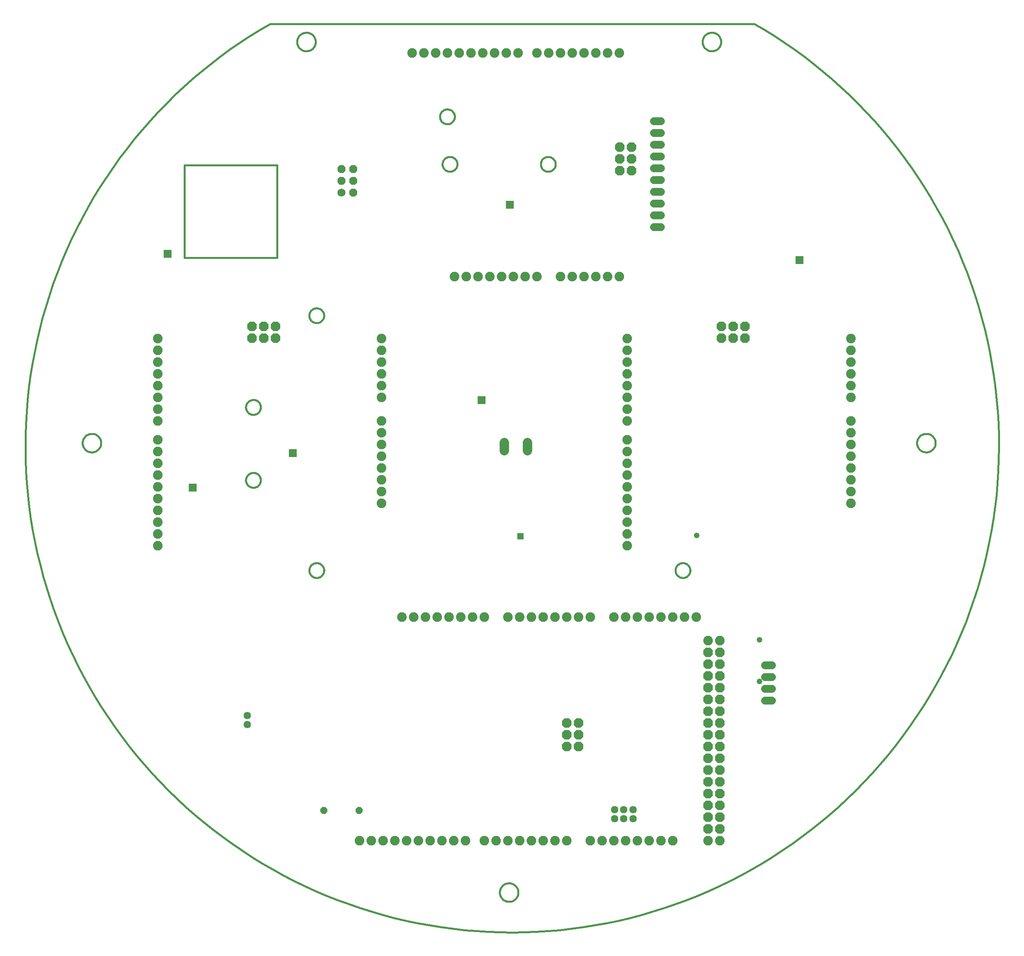
<source format=gbs>
G75*
%MOIN*%
%OFA0B0*%
%FSLAX24Y24*%
%IPPOS*%
%LPD*%
%AMOC8*
5,1,8,0,0,1.08239X$1,22.5*
%
%ADD10C,0.0160*%
%ADD11C,0.0820*%
%ADD12OC8,0.0820*%
%ADD13C,0.0680*%
%ADD14OC8,0.0680*%
%ADD15C,0.0634*%
%ADD16C,0.0785*%
%ADD17C,0.0680*%
%ADD18OC8,0.0600*%
%ADD19R,0.0671X0.0671*%
%ADD20C,0.0480*%
%ADD21R,0.0555X0.0555*%
D10*
X026639Y032780D02*
X026641Y032830D01*
X026647Y032880D01*
X026657Y032929D01*
X026671Y032977D01*
X026688Y033024D01*
X026709Y033069D01*
X026734Y033113D01*
X026762Y033154D01*
X026794Y033193D01*
X026828Y033230D01*
X026865Y033264D01*
X026905Y033294D01*
X026947Y033321D01*
X026991Y033345D01*
X027037Y033366D01*
X027084Y033382D01*
X027132Y033395D01*
X027182Y033404D01*
X027231Y033409D01*
X027282Y033410D01*
X027332Y033407D01*
X027381Y033400D01*
X027430Y033389D01*
X027478Y033374D01*
X027524Y033356D01*
X027569Y033334D01*
X027612Y033308D01*
X027653Y033279D01*
X027692Y033247D01*
X027728Y033212D01*
X027760Y033174D01*
X027790Y033134D01*
X027817Y033091D01*
X027840Y033047D01*
X027859Y033001D01*
X027875Y032953D01*
X027887Y032904D01*
X027895Y032855D01*
X027899Y032805D01*
X027899Y032755D01*
X027895Y032705D01*
X027887Y032656D01*
X027875Y032607D01*
X027859Y032559D01*
X027840Y032513D01*
X027817Y032469D01*
X027790Y032426D01*
X027760Y032386D01*
X027728Y032348D01*
X027692Y032313D01*
X027653Y032281D01*
X027612Y032252D01*
X027569Y032226D01*
X027524Y032204D01*
X027478Y032186D01*
X027430Y032171D01*
X027381Y032160D01*
X027332Y032153D01*
X027282Y032150D01*
X027231Y032151D01*
X027182Y032156D01*
X027132Y032165D01*
X027084Y032178D01*
X027037Y032194D01*
X026991Y032215D01*
X026947Y032239D01*
X026905Y032266D01*
X026865Y032296D01*
X026828Y032330D01*
X026794Y032367D01*
X026762Y032406D01*
X026734Y032447D01*
X026709Y032491D01*
X026688Y032536D01*
X026671Y032583D01*
X026657Y032631D01*
X026647Y032680D01*
X026641Y032730D01*
X026639Y032780D01*
X021261Y040446D02*
X021263Y040496D01*
X021269Y040546D01*
X021279Y040595D01*
X021293Y040643D01*
X021310Y040690D01*
X021331Y040735D01*
X021356Y040779D01*
X021384Y040820D01*
X021416Y040859D01*
X021450Y040896D01*
X021487Y040930D01*
X021527Y040960D01*
X021569Y040987D01*
X021613Y041011D01*
X021659Y041032D01*
X021706Y041048D01*
X021754Y041061D01*
X021804Y041070D01*
X021853Y041075D01*
X021904Y041076D01*
X021954Y041073D01*
X022003Y041066D01*
X022052Y041055D01*
X022100Y041040D01*
X022146Y041022D01*
X022191Y041000D01*
X022234Y040974D01*
X022275Y040945D01*
X022314Y040913D01*
X022350Y040878D01*
X022382Y040840D01*
X022412Y040800D01*
X022439Y040757D01*
X022462Y040713D01*
X022481Y040667D01*
X022497Y040619D01*
X022509Y040570D01*
X022517Y040521D01*
X022521Y040471D01*
X022521Y040421D01*
X022517Y040371D01*
X022509Y040322D01*
X022497Y040273D01*
X022481Y040225D01*
X022462Y040179D01*
X022439Y040135D01*
X022412Y040092D01*
X022382Y040052D01*
X022350Y040014D01*
X022314Y039979D01*
X022275Y039947D01*
X022234Y039918D01*
X022191Y039892D01*
X022146Y039870D01*
X022100Y039852D01*
X022052Y039837D01*
X022003Y039826D01*
X021954Y039819D01*
X021904Y039816D01*
X021853Y039817D01*
X021804Y039822D01*
X021754Y039831D01*
X021706Y039844D01*
X021659Y039860D01*
X021613Y039881D01*
X021569Y039905D01*
X021527Y039932D01*
X021487Y039962D01*
X021450Y039996D01*
X021416Y040033D01*
X021384Y040072D01*
X021356Y040113D01*
X021331Y040157D01*
X021310Y040202D01*
X021293Y040249D01*
X021279Y040297D01*
X021269Y040346D01*
X021263Y040396D01*
X021261Y040446D01*
X021261Y046643D02*
X021263Y046693D01*
X021269Y046743D01*
X021279Y046792D01*
X021293Y046840D01*
X021310Y046887D01*
X021331Y046932D01*
X021356Y046976D01*
X021384Y047017D01*
X021416Y047056D01*
X021450Y047093D01*
X021487Y047127D01*
X021527Y047157D01*
X021569Y047184D01*
X021613Y047208D01*
X021659Y047229D01*
X021706Y047245D01*
X021754Y047258D01*
X021804Y047267D01*
X021853Y047272D01*
X021904Y047273D01*
X021954Y047270D01*
X022003Y047263D01*
X022052Y047252D01*
X022100Y047237D01*
X022146Y047219D01*
X022191Y047197D01*
X022234Y047171D01*
X022275Y047142D01*
X022314Y047110D01*
X022350Y047075D01*
X022382Y047037D01*
X022412Y046997D01*
X022439Y046954D01*
X022462Y046910D01*
X022481Y046864D01*
X022497Y046816D01*
X022509Y046767D01*
X022517Y046718D01*
X022521Y046668D01*
X022521Y046618D01*
X022517Y046568D01*
X022509Y046519D01*
X022497Y046470D01*
X022481Y046422D01*
X022462Y046376D01*
X022439Y046332D01*
X022412Y046289D01*
X022382Y046249D01*
X022350Y046211D01*
X022314Y046176D01*
X022275Y046144D01*
X022234Y046115D01*
X022191Y046089D01*
X022146Y046067D01*
X022100Y046049D01*
X022052Y046034D01*
X022003Y046023D01*
X021954Y046016D01*
X021904Y046013D01*
X021853Y046014D01*
X021804Y046019D01*
X021754Y046028D01*
X021706Y046041D01*
X021659Y046057D01*
X021613Y046078D01*
X021569Y046102D01*
X021527Y046129D01*
X021487Y046159D01*
X021450Y046193D01*
X021416Y046230D01*
X021384Y046269D01*
X021356Y046310D01*
X021331Y046354D01*
X021310Y046399D01*
X021293Y046446D01*
X021279Y046494D01*
X021269Y046543D01*
X021263Y046593D01*
X021261Y046643D01*
X026639Y054434D02*
X026641Y054484D01*
X026647Y054534D01*
X026657Y054583D01*
X026671Y054631D01*
X026688Y054678D01*
X026709Y054723D01*
X026734Y054767D01*
X026762Y054808D01*
X026794Y054847D01*
X026828Y054884D01*
X026865Y054918D01*
X026905Y054948D01*
X026947Y054975D01*
X026991Y054999D01*
X027037Y055020D01*
X027084Y055036D01*
X027132Y055049D01*
X027182Y055058D01*
X027231Y055063D01*
X027282Y055064D01*
X027332Y055061D01*
X027381Y055054D01*
X027430Y055043D01*
X027478Y055028D01*
X027524Y055010D01*
X027569Y054988D01*
X027612Y054962D01*
X027653Y054933D01*
X027692Y054901D01*
X027728Y054866D01*
X027760Y054828D01*
X027790Y054788D01*
X027817Y054745D01*
X027840Y054701D01*
X027859Y054655D01*
X027875Y054607D01*
X027887Y054558D01*
X027895Y054509D01*
X027899Y054459D01*
X027899Y054409D01*
X027895Y054359D01*
X027887Y054310D01*
X027875Y054261D01*
X027859Y054213D01*
X027840Y054167D01*
X027817Y054123D01*
X027790Y054080D01*
X027760Y054040D01*
X027728Y054002D01*
X027692Y053967D01*
X027653Y053935D01*
X027612Y053906D01*
X027569Y053880D01*
X027524Y053858D01*
X027478Y053840D01*
X027430Y053825D01*
X027381Y053814D01*
X027332Y053807D01*
X027282Y053804D01*
X027231Y053805D01*
X027182Y053810D01*
X027132Y053819D01*
X027084Y053832D01*
X027037Y053848D01*
X026991Y053869D01*
X026947Y053893D01*
X026905Y053920D01*
X026865Y053950D01*
X026828Y053984D01*
X026794Y054021D01*
X026762Y054060D01*
X026734Y054101D01*
X026709Y054145D01*
X026688Y054190D01*
X026671Y054237D01*
X026657Y054285D01*
X026647Y054334D01*
X026641Y054384D01*
X026639Y054434D01*
X023922Y059355D02*
X016048Y059355D01*
X016048Y067229D01*
X023922Y067229D01*
X023922Y059355D01*
X037741Y071335D02*
X037743Y071385D01*
X037749Y071435D01*
X037759Y071484D01*
X037773Y071532D01*
X037790Y071579D01*
X037811Y071624D01*
X037836Y071668D01*
X037864Y071709D01*
X037896Y071748D01*
X037930Y071785D01*
X037967Y071819D01*
X038007Y071849D01*
X038049Y071876D01*
X038093Y071900D01*
X038139Y071921D01*
X038186Y071937D01*
X038234Y071950D01*
X038284Y071959D01*
X038333Y071964D01*
X038384Y071965D01*
X038434Y071962D01*
X038483Y071955D01*
X038532Y071944D01*
X038580Y071929D01*
X038626Y071911D01*
X038671Y071889D01*
X038714Y071863D01*
X038755Y071834D01*
X038794Y071802D01*
X038830Y071767D01*
X038862Y071729D01*
X038892Y071689D01*
X038919Y071646D01*
X038942Y071602D01*
X038961Y071556D01*
X038977Y071508D01*
X038989Y071459D01*
X038997Y071410D01*
X039001Y071360D01*
X039001Y071310D01*
X038997Y071260D01*
X038989Y071211D01*
X038977Y071162D01*
X038961Y071114D01*
X038942Y071068D01*
X038919Y071024D01*
X038892Y070981D01*
X038862Y070941D01*
X038830Y070903D01*
X038794Y070868D01*
X038755Y070836D01*
X038714Y070807D01*
X038671Y070781D01*
X038626Y070759D01*
X038580Y070741D01*
X038532Y070726D01*
X038483Y070715D01*
X038434Y070708D01*
X038384Y070705D01*
X038333Y070706D01*
X038284Y070711D01*
X038234Y070720D01*
X038186Y070733D01*
X038139Y070749D01*
X038093Y070770D01*
X038049Y070794D01*
X038007Y070821D01*
X037967Y070851D01*
X037930Y070885D01*
X037896Y070922D01*
X037864Y070961D01*
X037836Y071002D01*
X037811Y071046D01*
X037790Y071091D01*
X037773Y071138D01*
X037759Y071186D01*
X037749Y071235D01*
X037743Y071285D01*
X037741Y071335D01*
X037953Y067296D02*
X037955Y067346D01*
X037961Y067396D01*
X037971Y067445D01*
X037985Y067493D01*
X038002Y067540D01*
X038023Y067585D01*
X038048Y067629D01*
X038076Y067670D01*
X038108Y067709D01*
X038142Y067746D01*
X038179Y067780D01*
X038219Y067810D01*
X038261Y067837D01*
X038305Y067861D01*
X038351Y067882D01*
X038398Y067898D01*
X038446Y067911D01*
X038496Y067920D01*
X038545Y067925D01*
X038596Y067926D01*
X038646Y067923D01*
X038695Y067916D01*
X038744Y067905D01*
X038792Y067890D01*
X038838Y067872D01*
X038883Y067850D01*
X038926Y067824D01*
X038967Y067795D01*
X039006Y067763D01*
X039042Y067728D01*
X039074Y067690D01*
X039104Y067650D01*
X039131Y067607D01*
X039154Y067563D01*
X039173Y067517D01*
X039189Y067469D01*
X039201Y067420D01*
X039209Y067371D01*
X039213Y067321D01*
X039213Y067271D01*
X039209Y067221D01*
X039201Y067172D01*
X039189Y067123D01*
X039173Y067075D01*
X039154Y067029D01*
X039131Y066985D01*
X039104Y066942D01*
X039074Y066902D01*
X039042Y066864D01*
X039006Y066829D01*
X038967Y066797D01*
X038926Y066768D01*
X038883Y066742D01*
X038838Y066720D01*
X038792Y066702D01*
X038744Y066687D01*
X038695Y066676D01*
X038646Y066669D01*
X038596Y066666D01*
X038545Y066667D01*
X038496Y066672D01*
X038446Y066681D01*
X038398Y066694D01*
X038351Y066710D01*
X038305Y066731D01*
X038261Y066755D01*
X038219Y066782D01*
X038179Y066812D01*
X038142Y066846D01*
X038108Y066883D01*
X038076Y066922D01*
X038048Y066963D01*
X038023Y067007D01*
X038002Y067052D01*
X037985Y067099D01*
X037971Y067147D01*
X037961Y067196D01*
X037955Y067246D01*
X037953Y067296D01*
X046300Y067296D02*
X046302Y067346D01*
X046308Y067396D01*
X046318Y067445D01*
X046332Y067493D01*
X046349Y067540D01*
X046370Y067585D01*
X046395Y067629D01*
X046423Y067670D01*
X046455Y067709D01*
X046489Y067746D01*
X046526Y067780D01*
X046566Y067810D01*
X046608Y067837D01*
X046652Y067861D01*
X046698Y067882D01*
X046745Y067898D01*
X046793Y067911D01*
X046843Y067920D01*
X046892Y067925D01*
X046943Y067926D01*
X046993Y067923D01*
X047042Y067916D01*
X047091Y067905D01*
X047139Y067890D01*
X047185Y067872D01*
X047230Y067850D01*
X047273Y067824D01*
X047314Y067795D01*
X047353Y067763D01*
X047389Y067728D01*
X047421Y067690D01*
X047451Y067650D01*
X047478Y067607D01*
X047501Y067563D01*
X047520Y067517D01*
X047536Y067469D01*
X047548Y067420D01*
X047556Y067371D01*
X047560Y067321D01*
X047560Y067271D01*
X047556Y067221D01*
X047548Y067172D01*
X047536Y067123D01*
X047520Y067075D01*
X047501Y067029D01*
X047478Y066985D01*
X047451Y066942D01*
X047421Y066902D01*
X047389Y066864D01*
X047353Y066829D01*
X047314Y066797D01*
X047273Y066768D01*
X047230Y066742D01*
X047185Y066720D01*
X047139Y066702D01*
X047091Y066687D01*
X047042Y066676D01*
X046993Y066669D01*
X046943Y066666D01*
X046892Y066667D01*
X046843Y066672D01*
X046793Y066681D01*
X046745Y066694D01*
X046698Y066710D01*
X046652Y066731D01*
X046608Y066755D01*
X046566Y066782D01*
X046526Y066812D01*
X046489Y066846D01*
X046455Y066883D01*
X046423Y066922D01*
X046395Y066963D01*
X046370Y067007D01*
X046349Y067052D01*
X046332Y067099D01*
X046318Y067147D01*
X046308Y067196D01*
X046302Y067246D01*
X046300Y067296D01*
X060037Y077694D02*
X060039Y077750D01*
X060045Y077805D01*
X060055Y077859D01*
X060068Y077913D01*
X060086Y077966D01*
X060107Y078017D01*
X060131Y078067D01*
X060159Y078115D01*
X060191Y078161D01*
X060225Y078205D01*
X060263Y078246D01*
X060303Y078284D01*
X060346Y078319D01*
X060391Y078351D01*
X060439Y078380D01*
X060488Y078406D01*
X060539Y078428D01*
X060591Y078446D01*
X060645Y078460D01*
X060700Y078471D01*
X060755Y078478D01*
X060810Y078481D01*
X060866Y078480D01*
X060921Y078475D01*
X060976Y078466D01*
X061030Y078454D01*
X061083Y078437D01*
X061135Y078417D01*
X061185Y078393D01*
X061233Y078366D01*
X061280Y078336D01*
X061324Y078302D01*
X061366Y078265D01*
X061404Y078225D01*
X061441Y078183D01*
X061474Y078138D01*
X061503Y078092D01*
X061530Y078043D01*
X061552Y077992D01*
X061572Y077940D01*
X061587Y077886D01*
X061599Y077832D01*
X061607Y077777D01*
X061611Y077722D01*
X061611Y077666D01*
X061607Y077611D01*
X061599Y077556D01*
X061587Y077502D01*
X061572Y077448D01*
X061552Y077396D01*
X061530Y077345D01*
X061503Y077296D01*
X061474Y077250D01*
X061441Y077205D01*
X061404Y077163D01*
X061366Y077123D01*
X061324Y077086D01*
X061280Y077052D01*
X061233Y077022D01*
X061185Y076995D01*
X061135Y076971D01*
X061083Y076951D01*
X061030Y076934D01*
X060976Y076922D01*
X060921Y076913D01*
X060866Y076908D01*
X060810Y076907D01*
X060755Y076910D01*
X060700Y076917D01*
X060645Y076928D01*
X060591Y076942D01*
X060539Y076960D01*
X060488Y076982D01*
X060439Y077008D01*
X060391Y077037D01*
X060346Y077069D01*
X060303Y077104D01*
X060263Y077142D01*
X060225Y077183D01*
X060191Y077227D01*
X060159Y077273D01*
X060131Y077321D01*
X060107Y077371D01*
X060086Y077422D01*
X060068Y077475D01*
X060055Y077529D01*
X060045Y077583D01*
X060039Y077638D01*
X060037Y077694D01*
X064438Y079225D02*
X023304Y079225D01*
X025604Y077694D02*
X025606Y077750D01*
X025612Y077805D01*
X025622Y077859D01*
X025635Y077913D01*
X025653Y077966D01*
X025674Y078017D01*
X025698Y078067D01*
X025726Y078115D01*
X025758Y078161D01*
X025792Y078205D01*
X025830Y078246D01*
X025870Y078284D01*
X025913Y078319D01*
X025958Y078351D01*
X026006Y078380D01*
X026055Y078406D01*
X026106Y078428D01*
X026158Y078446D01*
X026212Y078460D01*
X026267Y078471D01*
X026322Y078478D01*
X026377Y078481D01*
X026433Y078480D01*
X026488Y078475D01*
X026543Y078466D01*
X026597Y078454D01*
X026650Y078437D01*
X026702Y078417D01*
X026752Y078393D01*
X026800Y078366D01*
X026847Y078336D01*
X026891Y078302D01*
X026933Y078265D01*
X026971Y078225D01*
X027008Y078183D01*
X027041Y078138D01*
X027070Y078092D01*
X027097Y078043D01*
X027119Y077992D01*
X027139Y077940D01*
X027154Y077886D01*
X027166Y077832D01*
X027174Y077777D01*
X027178Y077722D01*
X027178Y077666D01*
X027174Y077611D01*
X027166Y077556D01*
X027154Y077502D01*
X027139Y077448D01*
X027119Y077396D01*
X027097Y077345D01*
X027070Y077296D01*
X027041Y077250D01*
X027008Y077205D01*
X026971Y077163D01*
X026933Y077123D01*
X026891Y077086D01*
X026847Y077052D01*
X026800Y077022D01*
X026752Y076995D01*
X026702Y076971D01*
X026650Y076951D01*
X026597Y076934D01*
X026543Y076922D01*
X026488Y076913D01*
X026433Y076908D01*
X026377Y076907D01*
X026322Y076910D01*
X026267Y076917D01*
X026212Y076928D01*
X026158Y076942D01*
X026106Y076960D01*
X026055Y076982D01*
X026006Y077008D01*
X025958Y077037D01*
X025913Y077069D01*
X025870Y077104D01*
X025830Y077142D01*
X025792Y077183D01*
X025758Y077227D01*
X025726Y077273D01*
X025698Y077321D01*
X025674Y077371D01*
X025653Y077422D01*
X025635Y077475D01*
X025622Y077529D01*
X025612Y077583D01*
X025606Y077638D01*
X025604Y077694D01*
X007387Y043607D02*
X007389Y043663D01*
X007395Y043718D01*
X007405Y043772D01*
X007418Y043826D01*
X007436Y043879D01*
X007457Y043930D01*
X007481Y043980D01*
X007509Y044028D01*
X007541Y044074D01*
X007575Y044118D01*
X007613Y044159D01*
X007653Y044197D01*
X007696Y044232D01*
X007741Y044264D01*
X007789Y044293D01*
X007838Y044319D01*
X007889Y044341D01*
X007941Y044359D01*
X007995Y044373D01*
X008050Y044384D01*
X008105Y044391D01*
X008160Y044394D01*
X008216Y044393D01*
X008271Y044388D01*
X008326Y044379D01*
X008380Y044367D01*
X008433Y044350D01*
X008485Y044330D01*
X008535Y044306D01*
X008583Y044279D01*
X008630Y044249D01*
X008674Y044215D01*
X008716Y044178D01*
X008754Y044138D01*
X008791Y044096D01*
X008824Y044051D01*
X008853Y044005D01*
X008880Y043956D01*
X008902Y043905D01*
X008922Y043853D01*
X008937Y043799D01*
X008949Y043745D01*
X008957Y043690D01*
X008961Y043635D01*
X008961Y043579D01*
X008957Y043524D01*
X008949Y043469D01*
X008937Y043415D01*
X008922Y043361D01*
X008902Y043309D01*
X008880Y043258D01*
X008853Y043209D01*
X008824Y043163D01*
X008791Y043118D01*
X008754Y043076D01*
X008716Y043036D01*
X008674Y042999D01*
X008630Y042965D01*
X008583Y042935D01*
X008535Y042908D01*
X008485Y042884D01*
X008433Y042864D01*
X008380Y042847D01*
X008326Y042835D01*
X008271Y042826D01*
X008216Y042821D01*
X008160Y042820D01*
X008105Y042823D01*
X008050Y042830D01*
X007995Y042841D01*
X007941Y042855D01*
X007889Y042873D01*
X007838Y042895D01*
X007789Y042921D01*
X007741Y042950D01*
X007696Y042982D01*
X007653Y043017D01*
X007613Y043055D01*
X007575Y043096D01*
X007541Y043140D01*
X007509Y043186D01*
X007481Y043234D01*
X007457Y043284D01*
X007436Y043335D01*
X007418Y043388D01*
X007405Y043442D01*
X007395Y043496D01*
X007389Y043551D01*
X007387Y043607D01*
X023304Y079226D02*
X022432Y078711D01*
X021573Y078175D01*
X020727Y077619D01*
X019895Y077042D01*
X019077Y076444D01*
X018274Y075827D01*
X017487Y075191D01*
X016716Y074535D01*
X015960Y073860D01*
X015222Y073168D01*
X014501Y072457D01*
X013797Y071729D01*
X013111Y070984D01*
X012444Y070222D01*
X011796Y069445D01*
X011167Y068651D01*
X010557Y067843D01*
X009968Y067019D01*
X009399Y066182D01*
X008850Y065331D01*
X008323Y064467D01*
X007817Y063590D01*
X007332Y062701D01*
X006870Y061800D01*
X006429Y060888D01*
X006011Y059966D01*
X005616Y059034D01*
X005244Y058092D01*
X004895Y057142D01*
X004569Y056183D01*
X004267Y055216D01*
X003989Y054243D01*
X003734Y053263D01*
X003504Y052277D01*
X003298Y051286D01*
X003116Y050289D01*
X002959Y049289D01*
X002826Y048285D01*
X002718Y047279D01*
X002634Y046270D01*
X002575Y045259D01*
X002541Y044247D01*
X002532Y043234D01*
X002548Y042222D01*
X002588Y041210D01*
X002653Y040200D01*
X002743Y039191D01*
X002858Y038185D01*
X002997Y037182D01*
X003161Y036183D01*
X003349Y035188D01*
X003561Y034198D01*
X003798Y033214D01*
X004059Y032235D01*
X004343Y031264D01*
X004651Y030299D01*
X004983Y029343D01*
X005338Y028394D01*
X005717Y027455D01*
X006118Y026525D01*
X006542Y025606D01*
X006988Y024697D01*
X007456Y023799D01*
X007946Y022913D01*
X008458Y022039D01*
X008991Y021179D01*
X009545Y020331D01*
X010119Y019497D01*
X010714Y018678D01*
X011328Y017873D01*
X011963Y017084D01*
X012616Y016310D01*
X013288Y015553D01*
X013978Y014812D01*
X014686Y014088D01*
X015412Y013382D01*
X016155Y012694D01*
X016915Y012025D01*
X017690Y011374D01*
X018482Y010742D01*
X019288Y010130D01*
X020110Y009538D01*
X020945Y008966D01*
X021795Y008415D01*
X022657Y007885D01*
X023533Y007376D01*
X024420Y006889D01*
X025319Y006423D01*
X026230Y005980D01*
X027151Y005559D01*
X028082Y005161D01*
X029022Y004786D01*
X029971Y004434D01*
X030929Y004105D01*
X031895Y003800D01*
X032867Y003518D01*
X033846Y003261D01*
X034832Y003027D01*
X035822Y002818D01*
X036818Y002633D01*
X037818Y002473D01*
X038821Y002337D01*
X039827Y002225D01*
X040836Y002139D01*
X041847Y002077D01*
X042859Y002039D01*
X043871Y002027D01*
X044883Y002039D01*
X045895Y002077D01*
X046906Y002139D01*
X047915Y002225D01*
X048921Y002337D01*
X049924Y002473D01*
X050924Y002633D01*
X051920Y002818D01*
X052910Y003027D01*
X053896Y003261D01*
X054875Y003518D01*
X055847Y003800D01*
X056813Y004105D01*
X057771Y004434D01*
X058720Y004786D01*
X059660Y005161D01*
X060591Y005559D01*
X061512Y005980D01*
X062423Y006423D01*
X063322Y006889D01*
X064209Y007376D01*
X065085Y007885D01*
X065947Y008415D01*
X066797Y008966D01*
X067632Y009538D01*
X068454Y010130D01*
X069260Y010742D01*
X070052Y011374D01*
X070827Y012025D01*
X071587Y012694D01*
X072330Y013382D01*
X073056Y014088D01*
X073764Y014812D01*
X074454Y015553D01*
X075126Y016310D01*
X075779Y017084D01*
X076414Y017873D01*
X077028Y018678D01*
X077623Y019497D01*
X078197Y020331D01*
X078751Y021179D01*
X079284Y022039D01*
X079796Y022913D01*
X080286Y023799D01*
X080754Y024697D01*
X081200Y025606D01*
X081624Y026525D01*
X082025Y027455D01*
X082404Y028394D01*
X082759Y029343D01*
X083091Y030299D01*
X083399Y031264D01*
X083683Y032235D01*
X083944Y033214D01*
X084181Y034198D01*
X084393Y035188D01*
X084581Y036183D01*
X084745Y037182D01*
X084884Y038185D01*
X084999Y039191D01*
X085089Y040200D01*
X085154Y041210D01*
X085194Y042222D01*
X085210Y043234D01*
X085201Y044247D01*
X085167Y045259D01*
X085108Y046270D01*
X085024Y047279D01*
X084916Y048285D01*
X084783Y049289D01*
X084626Y050289D01*
X084444Y051286D01*
X084238Y052277D01*
X084008Y053263D01*
X083753Y054243D01*
X083475Y055216D01*
X083173Y056183D01*
X082847Y057142D01*
X082498Y058092D01*
X082126Y059034D01*
X081731Y059966D01*
X081313Y060888D01*
X080872Y061800D01*
X080410Y062701D01*
X079925Y063590D01*
X079419Y064467D01*
X078892Y065331D01*
X078343Y066182D01*
X077774Y067019D01*
X077185Y067843D01*
X076575Y068651D01*
X075946Y069445D01*
X075298Y070222D01*
X074631Y070984D01*
X073945Y071729D01*
X073241Y072457D01*
X072520Y073168D01*
X071782Y073860D01*
X071026Y074535D01*
X070255Y075191D01*
X069468Y075827D01*
X068665Y076444D01*
X067847Y077042D01*
X067015Y077619D01*
X066169Y078175D01*
X065310Y078711D01*
X064438Y079226D01*
X078253Y043607D02*
X078255Y043663D01*
X078261Y043718D01*
X078271Y043772D01*
X078284Y043826D01*
X078302Y043879D01*
X078323Y043930D01*
X078347Y043980D01*
X078375Y044028D01*
X078407Y044074D01*
X078441Y044118D01*
X078479Y044159D01*
X078519Y044197D01*
X078562Y044232D01*
X078607Y044264D01*
X078655Y044293D01*
X078704Y044319D01*
X078755Y044341D01*
X078807Y044359D01*
X078861Y044373D01*
X078916Y044384D01*
X078971Y044391D01*
X079026Y044394D01*
X079082Y044393D01*
X079137Y044388D01*
X079192Y044379D01*
X079246Y044367D01*
X079299Y044350D01*
X079351Y044330D01*
X079401Y044306D01*
X079449Y044279D01*
X079496Y044249D01*
X079540Y044215D01*
X079582Y044178D01*
X079620Y044138D01*
X079657Y044096D01*
X079690Y044051D01*
X079719Y044005D01*
X079746Y043956D01*
X079768Y043905D01*
X079788Y043853D01*
X079803Y043799D01*
X079815Y043745D01*
X079823Y043690D01*
X079827Y043635D01*
X079827Y043579D01*
X079823Y043524D01*
X079815Y043469D01*
X079803Y043415D01*
X079788Y043361D01*
X079768Y043309D01*
X079746Y043258D01*
X079719Y043209D01*
X079690Y043163D01*
X079657Y043118D01*
X079620Y043076D01*
X079582Y043036D01*
X079540Y042999D01*
X079496Y042965D01*
X079449Y042935D01*
X079401Y042908D01*
X079351Y042884D01*
X079299Y042864D01*
X079246Y042847D01*
X079192Y042835D01*
X079137Y042826D01*
X079082Y042821D01*
X079026Y042820D01*
X078971Y042823D01*
X078916Y042830D01*
X078861Y042841D01*
X078807Y042855D01*
X078755Y042873D01*
X078704Y042895D01*
X078655Y042921D01*
X078607Y042950D01*
X078562Y042982D01*
X078519Y043017D01*
X078479Y043055D01*
X078441Y043096D01*
X078407Y043140D01*
X078375Y043186D01*
X078347Y043234D01*
X078323Y043284D01*
X078302Y043335D01*
X078284Y043388D01*
X078271Y043442D01*
X078261Y043496D01*
X078255Y043551D01*
X078253Y043607D01*
X057741Y032780D02*
X057743Y032830D01*
X057749Y032880D01*
X057759Y032929D01*
X057773Y032977D01*
X057790Y033024D01*
X057811Y033069D01*
X057836Y033113D01*
X057864Y033154D01*
X057896Y033193D01*
X057930Y033230D01*
X057967Y033264D01*
X058007Y033294D01*
X058049Y033321D01*
X058093Y033345D01*
X058139Y033366D01*
X058186Y033382D01*
X058234Y033395D01*
X058284Y033404D01*
X058333Y033409D01*
X058384Y033410D01*
X058434Y033407D01*
X058483Y033400D01*
X058532Y033389D01*
X058580Y033374D01*
X058626Y033356D01*
X058671Y033334D01*
X058714Y033308D01*
X058755Y033279D01*
X058794Y033247D01*
X058830Y033212D01*
X058862Y033174D01*
X058892Y033134D01*
X058919Y033091D01*
X058942Y033047D01*
X058961Y033001D01*
X058977Y032953D01*
X058989Y032904D01*
X058997Y032855D01*
X059001Y032805D01*
X059001Y032755D01*
X058997Y032705D01*
X058989Y032656D01*
X058977Y032607D01*
X058961Y032559D01*
X058942Y032513D01*
X058919Y032469D01*
X058892Y032426D01*
X058862Y032386D01*
X058830Y032348D01*
X058794Y032313D01*
X058755Y032281D01*
X058714Y032252D01*
X058671Y032226D01*
X058626Y032204D01*
X058580Y032186D01*
X058532Y032171D01*
X058483Y032160D01*
X058434Y032153D01*
X058384Y032150D01*
X058333Y032151D01*
X058284Y032156D01*
X058234Y032165D01*
X058186Y032178D01*
X058139Y032194D01*
X058093Y032215D01*
X058049Y032239D01*
X058007Y032266D01*
X057967Y032296D01*
X057930Y032330D01*
X057896Y032367D01*
X057864Y032406D01*
X057836Y032447D01*
X057811Y032491D01*
X057790Y032536D01*
X057773Y032583D01*
X057759Y032631D01*
X057749Y032680D01*
X057743Y032730D01*
X057741Y032780D01*
X042820Y005418D02*
X042822Y005474D01*
X042828Y005529D01*
X042838Y005583D01*
X042851Y005637D01*
X042869Y005690D01*
X042890Y005741D01*
X042914Y005791D01*
X042942Y005839D01*
X042974Y005885D01*
X043008Y005929D01*
X043046Y005970D01*
X043086Y006008D01*
X043129Y006043D01*
X043174Y006075D01*
X043222Y006104D01*
X043271Y006130D01*
X043322Y006152D01*
X043374Y006170D01*
X043428Y006184D01*
X043483Y006195D01*
X043538Y006202D01*
X043593Y006205D01*
X043649Y006204D01*
X043704Y006199D01*
X043759Y006190D01*
X043813Y006178D01*
X043866Y006161D01*
X043918Y006141D01*
X043968Y006117D01*
X044016Y006090D01*
X044063Y006060D01*
X044107Y006026D01*
X044149Y005989D01*
X044187Y005949D01*
X044224Y005907D01*
X044257Y005862D01*
X044286Y005816D01*
X044313Y005767D01*
X044335Y005716D01*
X044355Y005664D01*
X044370Y005610D01*
X044382Y005556D01*
X044390Y005501D01*
X044394Y005446D01*
X044394Y005390D01*
X044390Y005335D01*
X044382Y005280D01*
X044370Y005226D01*
X044355Y005172D01*
X044335Y005120D01*
X044313Y005069D01*
X044286Y005020D01*
X044257Y004974D01*
X044224Y004929D01*
X044187Y004887D01*
X044149Y004847D01*
X044107Y004810D01*
X044063Y004776D01*
X044016Y004746D01*
X043968Y004719D01*
X043918Y004695D01*
X043866Y004675D01*
X043813Y004658D01*
X043759Y004646D01*
X043704Y004637D01*
X043649Y004632D01*
X043593Y004631D01*
X043538Y004634D01*
X043483Y004641D01*
X043428Y004652D01*
X043374Y004666D01*
X043322Y004684D01*
X043271Y004706D01*
X043222Y004732D01*
X043174Y004761D01*
X043129Y004793D01*
X043086Y004828D01*
X043046Y004866D01*
X043008Y004907D01*
X042974Y004951D01*
X042942Y004997D01*
X042914Y005045D01*
X042890Y005095D01*
X042869Y005146D01*
X042851Y005199D01*
X042838Y005253D01*
X042828Y005307D01*
X042822Y005362D01*
X042820Y005418D01*
D11*
X042501Y009828D03*
X043501Y009828D03*
X044501Y009828D03*
X045501Y009828D03*
X046501Y009828D03*
X047501Y009828D03*
X048501Y009828D03*
X050501Y009828D03*
X051501Y009828D03*
X052501Y009828D03*
X053501Y009828D03*
X054501Y009828D03*
X055501Y009828D03*
X056501Y009828D03*
X057501Y009828D03*
X060501Y009828D03*
X061501Y009828D03*
X061501Y026828D03*
X060501Y026828D03*
X059501Y028828D03*
X058501Y028828D03*
X057501Y028828D03*
X056501Y028828D03*
X055501Y028828D03*
X054501Y028828D03*
X053501Y028828D03*
X052501Y028828D03*
X050501Y028828D03*
X049501Y028828D03*
X048501Y028828D03*
X047501Y028828D03*
X046501Y028828D03*
X045501Y028828D03*
X044501Y028828D03*
X043501Y028828D03*
X041501Y028828D03*
X040501Y028828D03*
X039501Y028828D03*
X038501Y028828D03*
X037501Y028828D03*
X036501Y028828D03*
X035501Y028828D03*
X034501Y028828D03*
X032765Y038465D03*
X032765Y039465D03*
X032765Y040465D03*
X032765Y041465D03*
X032765Y042465D03*
X032765Y043465D03*
X032765Y044465D03*
X032765Y045465D03*
X032765Y047465D03*
X032765Y048465D03*
X032765Y049465D03*
X032765Y050465D03*
X032765Y051465D03*
X032765Y052465D03*
X038980Y057732D03*
X039980Y057732D03*
X040980Y057732D03*
X041980Y057732D03*
X042980Y057732D03*
X043980Y057732D03*
X044980Y057732D03*
X045980Y057732D03*
X047980Y057732D03*
X048980Y057732D03*
X049980Y057732D03*
X050980Y057732D03*
X051980Y057732D03*
X052980Y057732D03*
X053639Y052465D03*
X053639Y051465D03*
X053639Y050465D03*
X053639Y049465D03*
X053639Y048465D03*
X053639Y047465D03*
X053639Y046465D03*
X053639Y045465D03*
X053639Y043865D03*
X053639Y042865D03*
X053639Y041865D03*
X053639Y040865D03*
X053639Y039865D03*
X053639Y038865D03*
X053639Y037865D03*
X053639Y036865D03*
X053639Y035865D03*
X053639Y034865D03*
X072639Y038465D03*
X072639Y039465D03*
X072639Y040465D03*
X072639Y041465D03*
X072639Y042465D03*
X072639Y043465D03*
X072639Y044465D03*
X072639Y045465D03*
X072639Y047465D03*
X072639Y048465D03*
X072639Y049465D03*
X072639Y050465D03*
X072639Y051465D03*
X072639Y052465D03*
X052980Y076732D03*
X051980Y076732D03*
X050980Y076732D03*
X049980Y076732D03*
X048980Y076732D03*
X047980Y076732D03*
X046980Y076732D03*
X045980Y076732D03*
X044380Y076732D03*
X043380Y076732D03*
X042380Y076732D03*
X041380Y076732D03*
X040380Y076732D03*
X039380Y076732D03*
X038380Y076732D03*
X037380Y076732D03*
X036380Y076732D03*
X035380Y076732D03*
X013765Y052465D03*
X013765Y051465D03*
X013765Y050465D03*
X013765Y049465D03*
X013765Y048465D03*
X013765Y047465D03*
X013765Y046465D03*
X013765Y045465D03*
X013765Y043865D03*
X013765Y042865D03*
X013765Y041865D03*
X013765Y040865D03*
X013765Y039865D03*
X013765Y038865D03*
X013765Y037865D03*
X013765Y036865D03*
X013765Y035865D03*
X013765Y034865D03*
X030901Y009828D03*
X031901Y009828D03*
X032901Y009828D03*
X033901Y009828D03*
X034901Y009828D03*
X035901Y009828D03*
X036901Y009828D03*
X037901Y009828D03*
X038901Y009828D03*
X039901Y009828D03*
X041501Y009828D03*
D12*
X048501Y017828D03*
X048501Y018828D03*
X048501Y019828D03*
X049501Y019828D03*
X049501Y018828D03*
X049501Y017828D03*
X060501Y017828D03*
X060501Y018828D03*
X060501Y019828D03*
X060501Y020828D03*
X060501Y021828D03*
X060501Y022828D03*
X061501Y022828D03*
X061501Y021828D03*
X061501Y020828D03*
X061501Y019828D03*
X061501Y018828D03*
X061501Y017828D03*
X061501Y016828D03*
X060501Y016828D03*
X060501Y015828D03*
X061501Y015828D03*
X061501Y014828D03*
X060501Y014828D03*
X060501Y013828D03*
X061501Y013828D03*
X061501Y012828D03*
X060501Y012828D03*
X060501Y011828D03*
X061501Y011828D03*
X061501Y010828D03*
X060501Y010828D03*
X060501Y023828D03*
X060501Y024828D03*
X060501Y025828D03*
X061501Y025828D03*
X061501Y024828D03*
X061501Y023828D03*
X061639Y052515D03*
X062639Y052515D03*
X063639Y052515D03*
X063639Y053515D03*
X062639Y053515D03*
X061639Y053515D03*
X054030Y066732D03*
X053030Y066732D03*
X053030Y067732D03*
X054030Y067732D03*
X054030Y068732D03*
X053030Y068732D03*
X023765Y053515D03*
X023765Y052515D03*
X022765Y052515D03*
X022765Y053515D03*
X021765Y053515D03*
X021765Y052515D03*
D13*
X029366Y064880D03*
D14*
X029366Y065880D03*
X030366Y065880D03*
X030366Y064880D03*
X030366Y066880D03*
X029366Y066880D03*
D15*
X021386Y019673D03*
X021386Y020461D03*
X052567Y012461D03*
X052567Y011674D03*
X053355Y011674D03*
X053355Y012461D03*
X054142Y012461D03*
X054142Y011674D03*
D16*
X045184Y042954D02*
X045184Y043659D01*
X043215Y043659D02*
X043215Y042954D01*
D17*
X055906Y061942D02*
X056506Y061942D01*
X056506Y062942D02*
X055906Y062942D01*
X055906Y063942D02*
X056506Y063942D01*
X056506Y064942D02*
X055906Y064942D01*
X055906Y065942D02*
X056506Y065942D01*
X056506Y066942D02*
X055906Y066942D01*
X055906Y067942D02*
X056506Y067942D01*
X056506Y068942D02*
X055906Y068942D01*
X055906Y069942D02*
X056506Y069942D01*
X056506Y070942D02*
X055906Y070942D01*
X065355Y024729D02*
X065955Y024729D01*
X065955Y023729D02*
X065355Y023729D01*
X065355Y022729D02*
X065955Y022729D01*
X065955Y021729D02*
X065355Y021729D01*
D18*
X030895Y012389D03*
X027895Y012389D03*
D19*
X016742Y039800D03*
X025246Y042735D03*
X041286Y047240D03*
X043685Y063839D03*
X068269Y059157D03*
X014626Y059680D03*
D20*
X059552Y035733D03*
X064867Y026875D03*
X064867Y023331D03*
D21*
X044596Y035695D03*
M02*

</source>
